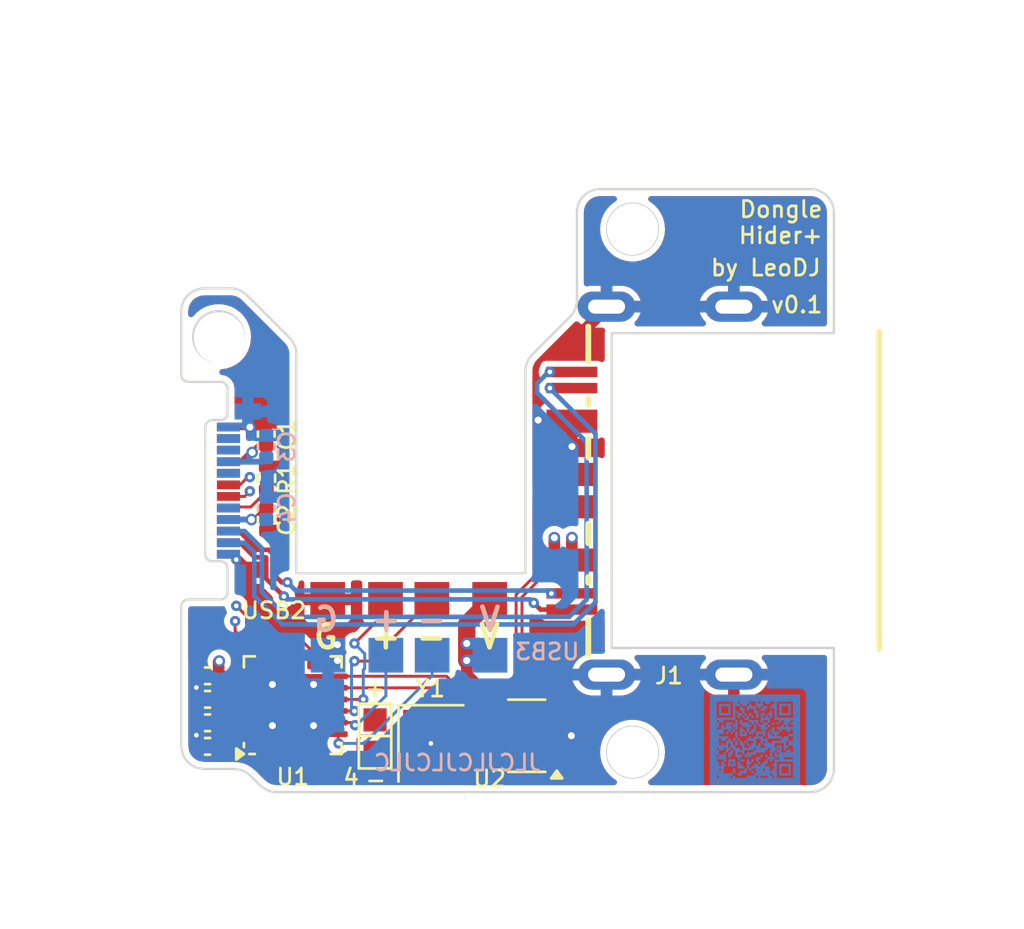
<source format=kicad_pcb>
(kicad_pcb (version 20240108) (generator "pcbnew") (generator_version "8.0")
  (layers (0 "F.Cu" signal) (1 "In1.Cu" signal) (2 "In2.Cu" signal) (31 "B.Cu" signal) (34 "B.Paste" user) (35 "F.Paste" user) (36 "B.SilkS" user "B.Silkscreen") (37 "F.SilkS" user "F.Silkscreen") (38 "B.Mask" user) (39 "F.Mask" user) (44 "Edge.Cuts" user))
  (net 0 "")
  (net 1 "GND")
  (net 2 "VBUS")
  (net 3 "Net-(U1-VDD33)")
  (net 4 "Net-(J1-D+)")
  (net 5 "Net-(J1-D-)")
  (net 6 "TX+")
  (net 7 "RX-")
  (net 8 "RX+")
  (net 9 "TX-")
  (net 12 "Net-(P1-SBU2)")
  (net 13 "Net-(P1-D+)")
  (net 14 "Net-(P1-CC)")
  (net 15 "Net-(P1-D-)")
  (net 16 "Net-(P1-VCONN)")
  (net 18 "Net-(P1-SBU1)")
  (net 20 "Net-(U1-XI)")
  (net 27 "Net-(J5-Pin_1)")
  (net 29 "Net-(U1-XO)")
  (net 30 "Net-(J4-Pin_1)")
  (net 32 "Net-(U1-DP1+)")
  (net 33 "Net-(U1-DM1-)")
  (net 34 "Net-(U1-DP3+)")
  (net 35 "Net-(U1-DP2+)")
  (net 36 "Net-(U1-DM2-)")
  (net 37 "Net-(U1-DM3-)")
  (footprint "Package_DFN_QFN:QFN-24-1EP_4x4mm_P0.5mm_EP2.7x2.7mm" (layer "F.Cu") (at 94.467 73.271 90)
    (property "Reference" "U1")
    (property "Value" "CH334F")
  )
  (footprint "Capacitor_SMD:C_0402_1005Metric" (layer "F.Cu") (at 93.324 65.242 -90)
    (property "Reference" "C2")
    (property "Value" "10n")
  )
  (footprint "MountingHole:MountingHole_2.2mm_M2" (layer "F.Cu") (at 109.15 75.3)
    (property "Reference" "REF**" (hide yes))
    (property "Value" "MountingHole_2.2mm_M2")
  )
  (footprint "Capacitor_SMD:C_0402_1005Metric" (layer "F.Cu") (at 90.784 73.017 180)
    (property "Reference" "C7" (hide yes))
    (property "Value" "10u")
  )
  (footprint "Capacitor_SMD:C_0402_1005Metric" (layer "F.Cu") (at 90.784 75.049 180)
    (property "Reference" "C6" (hide yes))
    (property "Value" "100n")
  )
  (footprint "LeoDJ-kicad:USB_SolderPads" (layer "F.Cu") (at 99.476 68.699 180)
    (property "Reference" "USB2")
    (property "Value" "USB Dongle")
  )
  (footprint "Capacitor_SMD:C_0402_1005Metric" (layer "F.Cu") (at 93.324 61.559 90)
    (property "Reference" "C1")
    (property "Value" "10n")
  )
  (footprint "clipboard:a3a9fe14-ccf1-44c9-aa33-5d14aabbb9b3" (layer "F.Cu") (at 116.3364 76.7254)
    (property "Reference" "")
    (property "Value" "")
  )
  (footprint "Resistor_SMD:R_0402_1005Metric" (layer "F.Cu") (at 93.324 63.464 90)
    (property "Reference" "R1")
    (property "Value" "5k1")
  )
  (footprint "LCSC:USB-A-SMD_HC-USB3.0-C345-P" (layer "F.Cu") (at 110.0275 64 90)
    (property "Reference" "J1")
    (property "Value" "USB3_A")
  )
  (footprint "TestPoint:TestPoint_Pad_1.0x1.0mm" (layer "F.Cu") (at 98.023 73.906)
    (property "Reference" "J5" (hide yes))
    (property "Value" "D+4")
  )
  (footprint "MountingHole:MountingHole_2.2mm_M2" (layer "F.Cu") (at 109.15 52.7)
    (property "Reference" "REF**" (hide yes))
    (property "Value" "MountingHole_2.2mm_M2")
  )
  (footprint "Package_TO_SOT_SMD:SOT-23-6" (layer "F.Cu") (at 104.5762 74.5918 180)
    (property "Reference" "U2")
    (property "Value" "USBLC6-2SC6")
  )
  (footprint "MountingHole:MountingHole_2.2mm_M2" (layer "F.Cu") (at 91.3 57.4)
    (property "Reference" "REF**" (hide yes))
    (property "Value" "MountingHole_2.2mm_M2")
  )
  (footprint "Capacitor_SMD:C_0402_1005Metric" (layer "F.Cu") (at 90.784 72.001 180)
    (property "Reference" "C8" (hide yes))
    (property "Value" "1u")
  )
  (footprint "TestPoint:TestPoint_Pad_1.0x1.0mm" (layer "F.Cu") (at 98.023 75.303)
    (property "Reference" "J4" (hide yes))
    (property "Value" "D-4")
  )
  (footprint "Capacitor_SMD:C_0402_1005Metric" (layer "F.Cu") (at 90.784 74.033 180)
    (property "Reference" "C5" (hide yes))
    (property "Value" "1u")
  )
  (footprint "Connector_USB:USB_C_Plug_Molex_105444" (layer "F.Cu") (at 91.65 64 90)
    (property "Reference" "P1" (hide yes))
    (property "Value" "USB_C_Plug")
  )
  (footprint "Crystal:Crystal_SMD_2520-4Pin_2.5x2.0mm" (layer "F.Cu") (at 100.436 74.922 -90)
    (property "Reference" "Y1")
    (property "Value" "12MHz")
  )
  (footprint "LeoDJ-kicad:USB_SolderPads" (layer "B.Cu") (at 99.491 71.112 180)
    (property "Reference" "USB3")
    (property "Value" "USB Dongle")
  )
  (footprint "clipboard:ed8a2803-3309-4f49-b63e-d04072c03834" (layer "B.Cu") (at 112.386397 76.811803 180)
    (property "Reference" "")
    (property "Value" "")
  )
  (footprint "Capacitor_SMD:C_0402_1005Metric" (layer "B.Cu") (at 93.324 62.095 90)
    (property "Reference" "C3")
    (property "Value" "10n")
  )
  (footprint "Capacitor_SMD:C_0402_1005Metric" (layer "B.Cu") (at 93.324 64.762 90)
    (property "Reference" "C4")
    (property "Value" "10n")
  )
  (gr_curve (pts (xy 89.737799 68.787938) (xy 89.765867 68.759851) (xy 89.798898 68.736723) (xy 89.835059 68.722893)) (stroke (width 0.1)) (layer "Edge.Cuts"))
  (gr_curve (pts (xy 91.935787 76.026183) (xy 91.507191 76.026183) (xy 91.078596 76.026183) (xy 90.65 76.026183)) (stroke (width 0.1)) (layer "Edge.Cuts"))
  (gr_line (start 91.35 59.3) (end 91.350196 59.3) (stroke (width 0.1)) (layer "Edge.Cuts"))
  (gr_curve (pts (xy 91.350195 60.95) (xy 91.389486 60.945469) (xy 91.428778 60.940938) (xy 91.464939 60.927109)) (stroke (width 0.1)) (layer "Edge.Cuts"))
  (gr_curve (pts (xy 91.65 67.35) (xy 91.65 67.7) (xy 91.65 68.05) (xy 91.65 68.4)) (stroke (width 0.1)) (layer "Edge.Cuts"))
  (gr_line (start 92.64264 76.318823) (end 92.642893 76.319076) (stroke (width 0.1)) (layer "Edge.Cuts"))
  (gr_curve (pts (xy 91.627126 68.514896) (xy 91.640945 68.478747) (xy 91.645472 68.439472) (xy 91.65 68.400196)) (stroke (width 0.1)) (layer "Edge.Cuts"))
  (gr_curve (pts (xy 91.464895 68.677127) (xy 91.501044 68.663308) (xy 91.534066 68.640198) (xy 91.562132 68.612132)) (stroke (width 0.1)) (layer "Edge.Cuts"))
  (gr_line (start 90.649642 76.026183) (end 90.65 76.026183) (stroke (width 0.1)) (layer "Edge.Cuts"))
  (gr_curve (pts (xy 91.464896 67.072874) (xy 91.428748 67.059055) (xy 91.389472 67.054528) (xy 91.350196 67.05)) (stroke (width 0.1)) (layer "Edge.Cuts"))
  (gr_arc (start 116.85 50.973817) (mid 117.557106 51.266709) (end 117.85 51.973813) (stroke (width 0.1)) (layer "Edge.Cuts"))
  (gr_curve (pts (xy 90.875104 60.972874) (xy 90.911253 60.959055) (xy 90.950528 60.954528) (xy 90.989804 60.95)) (stroke (width 0.1)) (layer "Edge.Cuts"))
  (gr_curve (pts (xy 91.627183 60.76476) (xy 91.640989 60.72859) (xy 91.645495 60.689295) (xy 91.65 60.65)) (stroke (width 0.1)) (layer "Edge.Cuts"))
  (gr_curve (pts (xy 89.835106 59.277127) (xy 89.798957 59.263308) (xy 89.765934 59.240198) (xy 89.737868 59.212132)) (stroke (width 0.1)) (layer "Edge.Cuts"))
  (gr_arc (start 106.746285 51.97382) (mid 107.039178 51.266712) (end 107.746285 50.973817) (stroke (width 0.1)) (layer "Edge.Cuts"))
  (gr_line (start 117.85 51.973813) (end 117.85 57.2) (stroke (width 0.1)) (layer "Edge.Cuts"))
  (gr_curve (pts (xy 93.764214 77.026183) (xy 98.49416 77.026183) (xy 103.224106 77.026183) (xy 107.954052 77.026183)) (stroke (width 0.1)) (layer "Edge.Cuts"))
  (gr_curve (pts (xy 90.267069 75.94996) (xy 90.146499 75.903879) (xy 90.036361 75.82679) (xy 89.942767 75.733163)) (stroke (width 0.1)) (layer "Edge.Cuts"))
  (gr_curve (pts (xy 89.65 69) (xy 89.654506 68.960705) (xy 89.659012 68.921411) (xy 89.672818 68.88524)) (stroke (width 0.1)) (layer "Edge.Cuts"))
  (gr_curve (pts (xy 91.35 68.7) (xy 90.883334 68.7) (xy 90.416667 68.7) (xy 89.95 68.7)) (stroke (width 0.1)) (layer "Edge.Cuts"))
  (gr_line (start 106.746285 51.97382) (end 106.746285 55.7779) (stroke (width 0.1)) (layer "Edge.Cuts"))
  (gr_curve (pts (xy 92.318468 76.102302) (xy 92.200718 76.053529) (xy 92.068428 76.039856) (xy 91.936138 76.026183)) (stroke (width 0.1)) (layer "Edge.Cuts"))
  (gr_curve (pts (xy 89.726087 75.408785) (xy 89.68005 75.288198) (xy 89.665025 75.15719) (xy 89.65 75.026183)) (stroke (width 0.1)) (layer "Edge.Cuts"))
  (gr_curve (pts (xy 91.627183 59.48524) (xy 91.613377 59.44907) (xy 91.59027 59.416025) (xy 91.562202 59.387938)) (stroke (width 0.1)) (layer "Edge.Cuts"))
  (gr_arc (start 94.328274 57.396068) (mid 94.545045 57.72049) (end 94.621165 58.103171) (stroke (width 0.1)) (layer "Edge.Cuts"))
  (gr_line (start 90.69 61.249806) (end 90.69 61.25) (stroke (width 0.1)) (layer "Edge.Cuts"))
  (gr_curve (pts (xy 92.64264 76.318823) (xy 92.539429 76.234949) (xy 92.436218 76.151076) (xy 92.318468 76.102302)) (stroke (width 0.1)) (layer "Edge.Cuts"))
  (gr_curve (pts (xy 91.562201 60.862064) (xy 91.59027 60.833977) (xy 91.613377 60.800931) (xy 91.627183 60.76476)) (stroke (width 0.1)) (layer "Edge.Cuts"))
  (gr_curve (pts (xy 90.99 67.05) (xy 91.11 67.05) (xy 91.23 67.05) (xy 91.35 67.05)) (stroke (width 0.1)) (layer "Edge.Cuts"))
  (gr_curve (pts (xy 110.345948 50.973817) (xy 112.513966 50.973817) (xy 114.681983 50.973817) (xy 116.85 50.973817)) (stroke (width 0.1)) (layer "Edge.Cuts"))
  (gr_curve (pts (xy 89.672818 68.88524) (xy 89.686624 68.84907) (xy 89.70973 68.816025) (xy 89.737799 68.787938)) (stroke (width 0.1)) (layer "Edge.Cuts"))
  (gr_curve (pts (xy 90.875106 67.027127) (xy 90.838957 67.013308) (xy 90.805934 66.990198) (xy 90.777868 66.962132)) (stroke (width 0.1)) (layer "Edge.Cuts"))
  (gr_curve (pts (xy 93.763856 77.026183) (xy 93.631568 77.012509) (xy 93.499279 76.998836) (xy 93.381529 76.950062)) (stroke (width 0.1)) (layer "Edge.Cuts"))
  (gr_curve (pts (xy 90.777868 66.962132) (xy 90.749802 66.934066) (xy 90.726693 66.901045) (xy 90.712874 66.864896)) (stroke (width 0.1)) (layer "Edge.Cuts"))
  (gr_curve (pts (xy 91.65 59.6) (xy 91.645495 59.560705) (xy 91.640989 59.521411) (xy 91.627183 59.48524)) (stroke (width 0.1)) (layer "Edge.Cuts"))
  (gr_curve (pts (xy 90.989806 67.05) (xy 90.95053 67.045473) (xy 90.911255 67.040946) (xy 90.875106 67.027127)) (stroke (width 0.1)) (layer "Edge.Cuts"))
  (gr_line (start 89.95 68.7) (end 89.949804 68.7) (stroke (width 0.1)) (layer "Edge.Cuts"))
  (gr_line (start 89.65 69) (end 89.65 75.026183) (stroke (width 0.1)) (layer "Edge.Cuts"))
  (gr_line (start 91.350195 68.7) (end 91.35 68.7) (stroke (width 0.1)) (layer "Edge.Cuts"))
  (gr_line (start 107.954052 50.973817) (end 110.345948 50.973817) (stroke (width 0.1)) (layer "Edge.Cuts"))
  (gr_line (start 104.521165 67.574273) (end 94.621165 67.574273) (stroke (width 0.1)) (layer "Edge.Cuts"))
  (gr_curve (pts (xy 91.562202 59.387938) (xy 91.534133 59.359851) (xy 91.501103 59.336723) (xy 91.464942 59.322893)) (stroke (width 0.1)) (layer "Edge.Cuts"))
  (gr_curve (pts (xy 91.350195 68.7) (xy 91.38947 68.695473) (xy 91.428746 68.690946) (xy 91.464895 68.677127)) (stroke (width 0.1)) (layer "Edge.Cuts"))
  (gr_curve (pts (xy 90.649642 76.026183) (xy 90.518641 76.011111) (xy 90.387639 75.99604) (xy 90.267069 75.94996)) (stroke (width 0.1)) (layer "Edge.Cuts"))
  (gr_line (start 117.85 57.2) (end 108.25 57.2) (stroke (width 0.1)) (layer "Edge.Cuts"))
  (gr_curve (pts (xy 90.69 61.25) (xy 90.69 63.083333) (xy 90.69 64.916667) (xy 90.69 66.75)) (stroke (width 0.1)) (layer "Edge.Cuts"))
  (gr_curve (pts (xy 91.562132 67.137868) (xy 91.534066 67.109802) (xy 91.501045 67.086693) (xy 91.464896 67.072874)) (stroke (width 0.1)) (layer "Edge.Cuts"))
  (gr_curve (pts (xy 89.835059 68.722893) (xy 89.87122 68.709063) (xy 89.910512 68.704532) (xy 89.949804 68.7)) (stroke (width 0.1)) (layer "Edge.Cuts"))
  (gr_curve (pts (xy 89.672874 59.114896) (xy 89.659056 59.078747) (xy 89.654528 59.039472) (xy 89.65 59.000196)) (stroke (width 0.1)) (layer "Edge.Cuts"))
  (gr_curve (pts (xy 110.345949 77.026183) (xy 112.513966 77.026183) (xy 114.681983 77.026183) (xy 116.85 77.026183)) (stroke (width 0.1)) (layer "Edge.Cuts"))
  (gr_curve (pts (xy 91.65 67.349806) (xy 91.645473 67.31053) (xy 91.640946 67.271254) (xy 91.627127 67.235106)) (stroke (width 0.1)) (layer "Edge.Cuts"))
  (gr_curve (pts (xy 90.712873 61.135106) (xy 90.726692 61.098956) (xy 90.749802 61.065934) (xy 90.777868 61.037868)) (stroke (width 0.1)) (layer "Edge.Cuts"))
  (gr_circle (center 91.260967 57.343952) (end 92.360967 57.343952) (stroke (width 0.1)) (fill none) (layer "Edge.Cuts"))
  (gr_line (start 89.65 59) (end 89.65 59.000196) (stroke (width 0.1)) (layer "Edge.Cuts"))
  (gr_line (start 92.487239 55.555033) (end 94.328274 57.396068) (stroke (width 0.1)) (layer "Edge.Cuts"))
  (gr_curve (pts (xy 91.35 60.95) (xy 91.23 60.95) (xy 91.11 60.95) (xy 90.99 60.95)) (stroke (width 0.1)) (layer "Edge.Cuts"))
  (gr_curve (pts (xy 89.95 59.3) (xy 90.416667 59.3) (xy 90.883334 59.3) (xy 91.35 59.3)) (stroke (width 0.1)) (layer "Edge.Cuts"))
  (gr_line (start 91.65 59.6) (end 91.65 60.65) (stroke (width 0.1)) (layer "Edge.Cuts"))
  (gr_line (start 106.451144 56.487257) (end 104.81406 58.124342) (stroke (width 0.1)) (layer "Edge.Cuts"))
  (gr_curve (pts (xy 89.737868 59.212132) (xy 89.709802 59.184066) (xy 89.686693 59.151045) (xy 89.672874 59.114896)) (stroke (width 0.1)) (layer "Edge.Cuts"))
  (gr_curve (pts (xy 93.057107 76.73329) (xy 92.919036 76.595218) (xy 92.780965 76.457147) (xy 92.642893 76.319076)) (stroke (width 0.1)) (layer "Edge.Cuts"))
  (gr_line (start 91.935787 76.026183) (end 91.936138 76.026183) (stroke (width 0.1)) (layer "Edge.Cuts"))
  (gr_curve (pts (xy 93.381529 76.950062) (xy 93.263779 76.901288) (xy 93.160567 76.817413) (xy 93.057356 76.733538)) (stroke (width 0.1)) (layer "Edge.Cuts"))
  (gr_curve (pts (xy 91.464939 60.927109) (xy 91.501101 60.913279) (xy 91.534132 60.890151) (xy 91.562201 60.862064)) (stroke (width 0.1)) (layer "Edge.Cuts"))
  (gr_circle (center 109.15 52.7) (end 110.25 52.7) (stroke (width 0.1)) (fill none) (layer "Edge.Cuts"))
  (gr_line (start 91.65 68.4) (end 91.65 68.400196) (stroke (width 0.1)) (layer "Edge.Cuts"))
  (gr_line (start 90.99 60.95) (end 90.989804 60.95) (stroke (width 0.1)) (layer "Edge.Cuts"))
  (gr_arc (start 104.521165 58.83145) (mid 104.597286 58.448765) (end 104.81406 58.124342) (stroke (width 0.1)) (layer "Edge.Cuts"))
  (gr_circle (center 109.15 75.3) (end 110.25 75.3) (stroke (width 0.1)) (fill none) (layer "Edge.Cuts"))
  (gr_curve (pts (xy 89.65 56.26214) (xy 89.65 57.17476) (xy 89.65 58.08738) (xy 89.65 59)) (stroke (width 0.1)) (layer "Edge.Cuts"))
  (gr_line (start 104.521165 67.574273) (end 104.521165 58.83145) (stroke (width 0.1)) (layer "Edge.Cuts"))
  (gr_curve (pts (xy 107.746285 50.973817) (xy 107.815541 50.973817) (xy 107.884796 50.973817) (xy 107.954052 50.973817)) (stroke (width 0.1)) (layer "Edge.Cuts"))
  (gr_line (start 93.057107 76.73329) (end 93.057356 76.733538) (stroke (width 0.1)) (layer "Edge.Cuts"))
  (gr_line (start 91.350195 60.95) (end 91.35 60.95) (stroke (width 0.1)) (layer "Edge.Cuts"))
  (gr_curve (pts (xy 90.712874 66.864896) (xy 90.699056 66.828747) (xy 90.694528 66.789472) (xy 90.69 66.750196)) (stroke (width 0.1)) (layer "Edge.Cuts"))
  (gr_line (start 93.763856 77.026183) (end 93.764214 77.026183) (stroke (width 0.1)) (layer "Edge.Cuts"))
  (gr_curve (pts (xy 90.777868 61.037868) (xy 90.805934 61.009802) (xy 90.838956 60.986693) (xy 90.875104 60.972874)) (stroke (width 0.1)) (layer "Edge.Cuts"))
  (gr_line (start 107.954052 77.026183) (end 110.345949 77.026183) (stroke (width 0.1)) (layer "Edge.Cuts"))
  (gr_curve (pts (xy 89.949806 59.3) (xy 89.91053 59.295473) (xy 89.871255 59.290946) (xy 89.835106 59.277127)) (stroke (width 0.1)) (layer "Edge.Cuts"))
  (gr_line (start 117.85 70.8) (end 108.25 70.8) (stroke (width 0.1)) (layer "Edge.Cuts"))
  (gr_line (start 91.35 67.05) (end 91.350196 67.05) (stroke (width 0.1)) (layer "Edge.Cuts"))
  (gr_curve (pts (xy 91.627127 67.235106) (xy 91.613309 67.198956) (xy 91.590198 67.165934) (xy 91.562132 67.137868)) (stroke (width 0.1)) (layer "Edge.Cuts"))
  (gr_curve (pts (xy 91.562132 68.612132) (xy 91.590198 68.584066) (xy 91.613308 68.551045) (xy 91.627126 68.514896)) (stroke (width 0.1)) (layer "Edge.Cuts"))
  (gr_line (start 90.69 66.75) (end 90.69 66.750196) (stroke (width 0.1)) (layer "Edge.Cuts"))
  (gr_line (start 90.989806 67.05) (end 90.99 67.05) (stroke (width 0.1)) (layer "Edge.Cuts"))
  (gr_arc (start 89.65 56.26214) (mid 89.942896 55.555033) (end 90.650004 55.26214) (stroke (width 0.1)) (layer "Edge.Cuts"))
  (gr_arc (start 106.746285 55.7779) (mid 106.669556 56.162054) (end 106.451144 56.487257) (stroke (width 0.1)) (layer "Edge.Cuts"))
  (gr_line (start 117.85 70.8) (end 117.85 76.02624) (stroke (width 0.1)) (layer "Edge.Cuts"))
  (gr_line (start 91.65 67.349806) (end 91.65 67.35) (stroke (width 0.1)) (layer "Edge.Cuts"))
  (gr_curve (pts (xy 91.464942 59.322893) (xy 91.42878 59.309063) (xy 91.389488 59.304532) (xy 91.350196 59.3)) (stroke (width 0.1)) (layer "Edge.Cuts"))
  (gr_curve (pts (xy 90.69 61.249806) (xy 90.694527 61.21053) (xy 90.699055 61.171254) (xy 90.712873 61.135106)) (stroke (width 0.1)) (layer "Edge.Cuts"))
  (gr_arc (start 91.780132 55.26214) (mid 92.162815 55.33826) (end 92.487239 55.555033) (stroke (width 0.1)) (layer "Edge.Cuts"))
  (gr_arc (start 117.85 76.02624) (mid 117.557103 76.733326) (end 116.85 77.026183) (stroke (width 0.1)) (layer "Edge.Cuts"))
  (gr_line (start 108.25 70.8) (end 108.25 57.2) (stroke (width 0.1)) (layer "Edge.Cuts"))
  (gr_line (start 94.621165 67.574273) (end 94.621165 58.103171) (stroke (width 0.1)) (layer "Edge.Cuts"))
  (gr_curve (pts (xy 89.942767 75.733163) (xy 89.849173 75.639536) (xy 89.772124 75.529371) (xy 89.726087 75.408785)) (stroke (width 0.1)) (layer "Edge.Cuts"))
  (gr_line (start 89.949806 59.3) (end 89.95 59.3) (stroke (width 0.1)) (layer "Edge.Cuts"))
  (gr_line (start 91.780132 55.26214) (end 90.650004 55.26214) (stroke (width 0.1)) (layer "Edge.Cuts"))
  (gr_text "JLCJLCJLCJLC" (at 101.579 76.1666 -0) (layer "B.SilkS") (effects (font (size 0.7 0.7) (thickness 0.12) (bold yes)) (justify bottom mirror)))
  (gr_text "V  - +  G" (at 99.42 70.1468 0) (layer "B.SilkS") (effects (font (size 1 0.98) (thickness 0.2) (bold yes)) (justify bottom mirror)))
  (gr_text "Dongle\nHider+" (at 117.4286 53.3828 0) (layer "F.SilkS") (effects (font (size 0.7 0.7) (thickness 0.12) (bold yes)) (justify right bottom)))
  (gr_text "by LeoDJ" (at 117.3524 54.7798 0) (layer "F.SilkS") (effects (font (size 0.7 0.7) (thickness 0.12) (bold yes)) (justify right bottom)))
  (gr_text "v0.1" (at 117.4286 56.38 0) (layer "F.SilkS") (effects (font (size 0.7 0.7) (thickness 0.12) (bold yes)) (justify right bottom)))
  (gr_text "+" (at 97.515 72.9662 0) (layer "F.SilkS") (effects (font (size 0.7 0.7) (thickness 0.12) (bold yes)) (justify left bottom)))
  (gr_text "4" (at 96.5752 76.8016 0) (layer "F.SilkS") (effects (font (size 0.7 0.7) (thickness 0.12) (bold yes)) (justify left bottom)))
  (gr_text "-" (at 97.5404 76.9032 0) (layer "F.SilkS") (effects (font (size 0.7 0.7) (thickness 0.12) (bold yes)) (justify left bottom)))
  (gr_text "G  + -  V" (at 99.4 70.9 0) (layer "F.SilkS") (effects (font (size 1 0.98) (thickness 0.2) (bold yes)) (justify bottom)))
  (segment (start 106.5275 62.0905) (end 106.532 62.095) (width 0.5) (layer "F.Cu") (net 1))
  (segment (start 108.0275 56.1037) (end 106.8622 57.269) (width 0.5) (layer "F.Cu") (net 1))
  (segment (start 100.436 74.922) (end 101.136 74.222) (width 0.254) (layer "F.Cu") (net 1))
  (segment (start 92.238543 66.978543) (end 92.02689 66.978543) (width 0.2) (layer "F.Cu") (net 1))
  (segment (start 99.736 75.797) (end 99.736 75.622) (width 0.254) (layer "F.Cu") (net 1))
  (segment (start 90.304 75.049) (end 90.304 74.569) (width 0.254) (layer "F.Cu") (net 1))
  (segment (start 90.304 74.5638) (end 90.304 72.5116) (width 0.254) (layer "F.Cu") (net 1))
  (segment (start 90.304 72.5116) (end 90.3014 72.509) (width 0.254) (layer "F.Cu") (net 1))
  (segment (start 99.736 75.622) (end 100.436 74.922) (width 0.254) (layer "F.Cu") (net 1))
  (segment (start 92.53 67.42) (end 92.53 67.27) (width 0.2) (layer "F.Cu") (net 1))
  (segment (start 106.5275 61) (end 106.5275 62.0905) (width 0.5) (layer "F.Cu") (net 1))
  (segment (start 106.5275 61) (end 105.119165 61) (width 0.5) (layer "F.Cu") (net 1))
  (segment (start 105.119165 61) (end 105.071165 60.952) (width 0.5) (layer "F.Cu") (net 1))
  (segment (start 92.53 67.27) (end 92.2445 66.9845) (width 0.2) (layer "F.Cu") (net 1))
  (segment (start 90.304 74.569) (end 90.3014 74.5664) (width 0.254) (layer "F.Cu") (net 1))
  (segment (start 92.6128 61.2568) (end 91.812231 61.2568) (width 0.254) (layer "F.Cu") (net 1))
  (segment (start 92.2445 66.9845) (end 91.990786 66.730786) (width 0.2) (layer "F.Cu") (net 1))
  (segment (start 108.0275 56.05) (end 108.0275 56.1037) (width 0.5) (layer "F.Cu") (net 1))
  (segment (start 92.2445 66.9845) (end 92.238543 66.978543) (width 0.2) (layer "F.Cu") (net 1))
  (segment (start 101.136 74.222) (end 101.136 74.047) (width 0.254) (layer "F.Cu") (net 1))
  (segment (start 91.812231 61.2568) (end 91.80855 61.253119) (width 0.254) (layer "F.Cu") (net 1))
  (segment (start 90.3014 74.5664) (end 90.304 74.5638) (width 0.254) (layer "F.Cu") (net 1))
  (segment (start 105.7137 74.5918) (end 106.5066 74.5918) (width 0.254) (layer "F.Cu") (net 1))
  (segment (start 93.324 61.079) (end 93.1462 61.2568) (width 0.254) (layer "F.Cu") (net 1))
  (segment (start 90.304 72.5064) (end 90.304 72.001) (width 0.254) (layer "F.Cu") (net 1))
  (segment (start 91.990786 66.730786) (end 91.719529 66.730786) (width 0.2) (layer "F.Cu") (net 1))
  (segment (start 90.3014 72.509) (end 90.304 72.5064) (width 0.254) (layer "F.Cu") (net 1))
  (segment (start 93.1462 61.2568) (end 92.6128 61.2568) (width 0.254) (layer "F.Cu") (net 1))
  (via (at 92.6128 61.2568) (size 0.5) (drill 0.3) (layers "F.Cu" "B.Cu") (net 1))
  (via (at 93.589 74.154) (size 0.5) (drill 0.3) (layers "F.Cu" "B.Cu") (net 1))
  (via (at 96.3974 71.3406) (size 0.5) (drill 0.3) (layers "F.Cu" "B.Cu") (net 1))
  (via (at 96.3974 70.6548) (size 0.5) (drill 0.3) (layers "F.Cu" "B.Cu") (net 1))
  (via (at 100.436 74.922) (size 0.45) (drill 0.2) (layers "F.Cu" "B.Cu") (net 1))
  (via (at 92.02689 66.978543) (size 0.45) (drill 0.2) (layers "F.Cu" "B.Cu") (net 1))
  (via (at 106.532 62.095) (size 0.5) (drill 0.3) (layers "F.Cu" "B.Cu") (net 1))
  (via (at 90.3014 74.5664) (size 0.45) (drill 0.2) (layers "F.Cu" "B.Cu") (net 1))
  (via (at 90.3014 72.509) (size 0.45) (drill 0.2) (layers "F.Cu" "B.Cu") (net 1))
  (via (at 95.367 74.154) (size 0.5) (drill 0.3) (layers "F.Cu" "B.Cu") (net 1))
  (via (at 105.071165 60.952) (size 0.5) (drill 0.3) (layers "F.Cu" "B.Cu") (net 1))
  (via (at 95.367 72.376) (size 0.5) (drill 0.3) (layers "F.Cu" "B.Cu") (net 1))
  (via (at 93.589 72.376) (size 0.5) (drill 0.3) (layers "F.Cu" "B.Cu") (net 1))
  (via (at 106.5066 74.5918) (size 0.5) (drill 0.3) (layers "F.Cu" "B.Cu") (net 1))
  (segment (start 92.7144 62.349) (end 93.0244 62.039) (width 0.254) (layer "F.Cu") (net 2))
  (segment (start 92.836019 65.249981) (end 92.683619 65.249981) (width 0.254) (layer "F.Cu") (net 2))
  (segment (start 101.9854 71.3406) (end 101.9854 70.604) (width 0.75) (layer "F.Cu") (net 2))
  (segment (start 106.5275 67) (end 105.849 67) (width 0.5) (layer "F.Cu") (net 2))
  (segment (start 105.77 66.413) (end 105.77 66.032) (width 0.5) (layer "F.Cu") (net 2))
  (segment (start 106.5275 66.0365) (end 106.532 66.032) (width 0.5) (layer "F.Cu") (net 2))
  (segment (start 103.4387 74.5918) (end 103.846766 74.5918) (width 0.5) (layer "F.Cu") (net 2))
  (segment (start 91.69 65.25) (end 92.6836 65.25) (width 0.254) (layer "F.Cu") (net 2))
  (segment (start 91.284 72.021) (end 91.264 72.001) (width 0.254) (layer "F.Cu") (net 2))
  (segment (start 92.242372 62.75) (end 91.69 62.75) (width 0.254) (layer "F.Cu") (net 2))
  (segment (start 92.643372 62.349) (end 92.242372 62.75) (width 0.254) (layer "F.Cu") (net 2))
  (segment (start 105.849 67) (end 105.77 66.921) (width 0.5) (layer "F.Cu") (net 2))
  (segment (start 92.5045 72.021) (end 91.284 72.021) (width 0.254) (layer "F.Cu") (net 2))
  (segment (start 92.7144 62.349) (end 92.643372 62.349) (width 0.254) (layer "F.Cu") (net 2))
  (segment (start 93.324 64.762) (end 92.836019 65.249981) (width 0.254) (layer "F.Cu") (net 2))
  (segment (start 104.5508 73.395834) (end 103.892566 72.7376) (width 0.5) (layer "F.Cu") (net 2))
  (segment (start 106.5275 67) (end 106.5275 66.0365) (width 0.5) (layer "F.Cu") (net 2))
  (segment (start 102.976 68.699) (end 102.976 68.7752) (width 0.75) (layer "F.Cu") (net 2))
  (segment (start 93.0244 62.039) (end 93.324 62.039) (width 0.254) (layer "F.Cu") (net 2))
  (segment (start 91.264 72.001) (end 91.264 71.394) (width 0.5) (layer "F.Cu") (net 2))
  (segment (start 103.846766 74.5918) (end 104.5508 73.887766) (width 0.5) (layer "F.Cu") (net 2))
  (segment (start 101.9854 71.9502) (end 101.9854 71.3406) (width 0.5) (layer "F.Cu") (net 2))
  (segment (start 105.77 66.921) (end 105.77 66.413) (width 0.5) (layer "F.Cu") (net 2))
  (segment (start 103.892566 72.7376) (end 102.7728 72.7376) (width 0.5) (layer "F.Cu") (net 2))
  (segment (start 104.5508 73.887766) (end 104.5508 73.395834) (width 0.5) (layer "F.Cu") (net 2))
  (segment (start 91.264 71.394) (end 91.292 71.366) (width 0.5) (layer "F.Cu") (net 2))
  (segment (start 102.7728 72.7376) (end 101.9854 71.9502) (width 0.5) (layer "F.Cu") (net 2))
  (segment (start 101.9854 69.7658) (end 101.9854 70.604) (width 0.75) (layer "F.Cu") (net 2))
  (segment (start 102.976 68.7752) (end 101.9854 69.7658) (width 0.75) (layer "F.Cu") (net 2))
  (segment (start 92.6836 65.25) (end 92.683619 65.249981) (width 0.254) (layer "F.Cu") (net 2))
  (via (at 106.532 66.032) (size 0.5) (drill 0.3) (layers "F.Cu" "B.Cu") (net 2))
  (via (at 91.292 71.366) (size 0.5) (drill 0.3) (layers "F.Cu" "B.Cu") (net 2))
  (via (at 101.9854 71.3406) (size 0.5) (drill 0.3) (layers "F.Cu" "B.Cu") (net 2))
  (via (at 92.683619 65.249981) (size 0.5) (drill 0.3) (layers "F.Cu" "B.Cu") (net 2))
  (via (at 92.7144 62.349) (size 0.5) (drill 0.3) (layers "F.Cu" "B.Cu") (net 2))
  (via (at 105.77 66.032) (size 0.5) (drill 0.3) (layers "F.Cu" "B.Cu") (net 2))
  (via (at 101.9854 70.604) (size 0.5) (drill 0.3) (layers "F.Cu" "B.Cu") (net 2))
  (segment (start 93.316 65.25) (end 93.324 65.242) (width 0.254) (layer "B.Cu") (net 2))
  (segment (start 102.483 70.604) (end 102.991 71.112) (width 0.5) (layer "B.Cu") (net 2))
  (segment (start 92.5874 62.75) (end 93.149 62.75) (width 0.254) (layer "B.Cu") (net 2))
  (segment (start 101.9854 71.3406) (end 102.7624 71.3406) (width 0.508) (layer "B.Cu") (net 2))
  (segment (start 102.7624 71.3406) (end 102.991 71.112) (width 0.508) (layer "B.Cu") (net 2))
  (segment (start 91.69 62.75) (end 92.5874 62.75) (width 0.254) (layer "B.Cu") (net 2))
  (segment (start 91.69 65.25) (end 93.316 65.25) (width 0.254) (layer "B.Cu") (net 2))
  (segment (start 93.149 62.75) (end 93.324 62.575) (width 0.254) (layer "B.Cu") (net 2))
  (segment (start 92.5874 62.476) (end 92.5874 62.75) (width 0.254) (layer "B.Cu") (net 2))
  (segment (start 92.7144 62.349) (end 92.5874 62.476) (width 0.254) (layer "B.Cu") (net 2))
  (segment (start 101.9854 70.604) (end 102.483 70.604) (width 0.5) (layer "B.Cu") (net 2))
  (segment (start 91.264 73.017) (end 91.546 73.017) (width 0.254) (layer "F.Cu") (net 3))
  (segment (start 91.264 75.049) (end 91.264 73.017) (width 0.254) (layer "F.Cu") (net 3))
  (segment (start 91.546 73.017) (end 92.042 72.521) (width 0.254) (layer "F.Cu") (net 3))
  (segment (start 92.042 72.521) (end 92.5045 72.521) (width 0.254) (layer "F.Cu") (net 3))
  (segment (start 104.119 68.490505) (end 104.884665 67.72484) (width 0.127) (layer "F.Cu") (net 4))
  (segment (start 105.5312 73.6418) (end 104.119 72.2296) (width 0.127) (layer "F.Cu") (net 4))
  (segment (start 104.884665 67.72484) (end 104.884665 64.342835) (width 0.127) (layer "F.Cu") (net 4))
  (segment (start 104.884665 64.342835) (end 105.9275 63.3) (width 0.127) (layer "F.Cu") (net 4))
  (segment (start 104.119 72.2296) (end 104.119 68.490505) (width 0.127) (layer "F.Cu") (net 4))
  (segment (start 105.9275 63.3) (end 106.5275 63.3) (width 0.127) (layer "F.Cu") (net 4))
  (segment (start 105.7137 73.6418) (end 105.5312 73.6418) (width 0.127) (layer "F.Cu") (net 4))
  (segment (start 106.3796 72.9408) (end 105.2366 72.9408) (width 0.127) (layer "F.Cu") (net 5))
  (segment (start 105.138665 65.520335) (end 105.959 64.7) (width 0.127) (layer "F.Cu") (net 5))
  (segment (start 104.373 68.595715) (end 105.138665 67.83005) (width 0.127) (layer "F.Cu") (net 5))
  (segment (start 107.0908 74.9982) (end 107.0908 73.652) (width 0.127) (layer "F.Cu") (net 5))
  (segment (start 105.959 64.7) (end 106.5275 64.7) (width 0.127) (layer "F.Cu") (net 5))
  (segment (start 105.7137 75.5418) (end 106.5472 75.5418) (width 0.127) (layer "F.Cu") (net 5))
  (segment (start 104.373 72.0772) (end 104.373 68.595715) (width 0.127) (layer "F.Cu") (net 5))
  (segment (start 105.2366 72.9408) (end 104.373 72.0772) (width 0.127) (layer "F.Cu") (net 5))
  (segment (start 106.5472 75.5418) (end 107.0908 74.9982) (width 0.127) (layer "F.Cu") (net 5))
  (segment (start 105.138665 67.83005) (end 105.138665 65.520335) (width 0.127) (layer "F.Cu") (net 5))
  (segment (start 107.0908 73.652) (end 106.3796 72.9408) (width 0.127) (layer "F.Cu") (net 5))
  (segment (start 93.2939 66.8811) (end 93.324 66.9112) (width 0.2) (layer "F.Cu") (net 6))
  (segment (start 92.821652 66.8811) (end 93.2939 66.8811) (width 0.2) (layer "F.Cu") (net 6))
  (segment (start 91.69 66.25) (end 92.190552 66.25) (width 0.2) (layer "F.Cu") (net 6))
  (segment (start 93.324 67.81) (end 94.086 68.572) (width 0.2) (layer "F.Cu") (net 6))
  (segment (start 93.324 66.9112) (end 93.324 67.81) (width 0.2) (layer "F.Cu") (net 6))
  (segment (start 105.171 69.14) (end 104.881 68.85) (width 0.2) (layer "F.Cu") (net 6))
  (segment (start 106.5275 69.14) (end 105.171 69.14) (width 0.2) (layer "F.Cu") (net 6))
  (segment (start 92.190552 66.25) (end 92.821652 66.8811) (width 0.2) (layer "F.Cu") (net 6))
  (via (at 104.881 68.85) (size 0.45) (drill 0.2) (layers "F.Cu" "B.Cu") (net 6))
  (via (at 94.086 68.572) (size 0.45) (drill 0.2) (layers "F.Cu" "B.Cu") (net 6))
  (segment (start 94.086 68.572) (end 94.213 68.699) (width 0.2) (layer "B.Cu") (net 6))
  (segment (start 94.213 68.699) (end 104.73 68.699) (width 0.2) (layer "B.Cu") (net 6))
  (segment (start 104.73 68.699) (end 104.881 68.85) (width 0.2) (layer "B.Cu") (net 6))
  (segment (start 105.701606 58.994999) (end 105.576607 58.87) (width 0.2) (layer "F.Cu") (net 7))
  (segment (start 106.5275 58.87) (end 106.402501 58.994999) (width 0.2) (layer "F.Cu") (net 7))
  (segment (start 106.402501 58.994999) (end 105.701606 58.994999) (width 0.2) (layer "F.Cu") (net 7))
  (via (at 105.576607 58.87) (size 0.45) (drill 0.2) (layers "F.Cu" "B.Cu") (net 7))
  (segment (start 94.207 69.455) (end 106.411 69.455) (width 0.2) (layer "B.Cu") (net 7))
  (segment (start 92.39 65.75) (end 93.132347 66.492347) (width 0.2) (layer "B.Cu") (net 7))
  (segment (start 107.167 61.909928) (end 105.028082 59.77101) (width 0.2) (layer "B.Cu") (net 7))
  (segment (start 107.167 68.699) (end 107.167 61.909928) (width 0.2) (layer "B.Cu") (net 7))
  (segment (start 93.132347 66.492347) (end 93.132347 68.380347) (width 0.2) (layer "B.Cu") (net 7))
  (segment (start 105.028082 59.368991) (end 105.527073 58.87) (width 0.2) (layer "B.Cu") (net 7))
  (segment (start 106.411 69.455) (end 107.167 68.699) (width 0.2) (layer "B.Cu") (net 7))
  (segment (start 105.527073 58.87) (end 105.576607 58.87) (width 0.2) (layer "B.Cu") (net 7))
  (segment (start 93.132347 68.380347) (end 94.207 69.455) (width 0.2) (layer "B.Cu") (net 7))
  (segment (start 105.028082 59.77101) (end 105.028082 59.368991) (width 0.2) (layer "B.Cu") (net 7))
  (segment (start 91.69 65.75) (end 92.39 65.75) (width 0.2) (layer "B.Cu") (net 7))
  (segment (start 106.402501 59.445001) (end 105.701606 59.445001) (width 0.2) (layer "F.Cu") (net 8))
  (segment (start 106.5275 59.57) (end 106.402501 59.445001) (width 0.2) (layer "F.Cu") (net 8))
  (segment (start 105.701606 59.445001) (end 105.576607 59.57) (width 0.2) (layer "F.Cu") (net 8))
  (via (at 105.576607 59.57) (size 0.45) (drill 0.2) (layers "F.Cu" "B.Cu") (net 8))
  (segment (start 92.39 66.25) (end 91.69 66.25) (width 0.2) (layer "B.Cu") (net 8))
  (segment (start 94.026 69.782) (end 92.805347 68.561347) (width 0.2) (layer "B.Cu") (net 8))
  (segment (start 92.805347 68.561347) (end 92.805347 66.665347) (width 0.2) (layer "B.Cu") (net 8))
  (segment (start 107.548 61.541393) (end 107.548 68.826) (width 0.2) (layer "B.Cu") (net 8))
  (segment (start 92.805347 66.665347) (end 92.39 66.25) (width 0.2) (layer "B.Cu") (net 8))
  (segment (start 105.576607 59.57) (end 107.548 61.541393) (width 0.2) (layer "B.Cu") (net 8))
  (segment (start 107.548 68.826) (end 106.592 69.782) (width 0.2) (layer "B.Cu") (net 8))
  (segment (start 106.592 69.782) (end 94.026 69.782) (width 0.2) (layer "B.Cu") (net 8))
  (segment (start 93.9844 67.9624) (end 93.705 67.683) (width 0.2) (layer "F.Cu") (net 9))
  (segment (start 105.643 68.445) (end 106.5225 68.445) (width 0.2) (layer "F.Cu") (net 9))
  (segment (start 93.705 66.829752) (end 93.429348 66.5541) (width 0.2) (layer "F.Cu") (net 9))
  (segment (start 92.9571 66.5541) (end 92.153 65.75) (width 0.2) (layer "F.Cu") (net 9))
  (segment (start 93.705 67.683) (end 93.705 66.829752) (width 0.2) (layer "F.Cu") (net 9))
  (segment (start 93.429348 66.5541) (end 92.9571 66.5541) (width 0.2) (layer "F.Cu") (net 9))
  (segment (start 106.5225 68.445) (end 106.5275 68.44) (width 0.2) (layer "F.Cu") (net 9))
  (segment (start 94.2384 67.9624) (end 93.9844 67.9624) (width 0.2) (layer "F.Cu") (net 9))
  (segment (start 92.153 65.75) (end 91.69 65.75) (width 0.2) (layer "F.Cu") (net 9))
  (via (at 105.643 68.445) (size 0.45) (drill 0.2) (layers "F.Cu" "B.Cu") (net 9))
  (via (at 94.2384 67.9624) (size 0.45) (drill 0.2) (layers "F.Cu" "B.Cu") (net 9))
  (segment (start 94.594 68.318) (end 105.516 68.318) (width 0.2) (layer "B.Cu") (net 9))
  (segment (start 94.2384 67.9624) (end 94.594 68.318) (width 0.2) (layer "B.Cu") (net 9))
  (segment (start 105.516 68.318) (end 105.643 68.445) (width 0.2) (layer "B.Cu") (net 9))
  (segment (start 91.69 64.25) (end 92.3882 64.25) (width 0.127) (layer "F.Cu") (net 13))
  (segment (start 92.3882 64.25) (end 92.6128 64.0254) (width 0.127) (layer "F.Cu") (net 13))
  (segment (start 94.717 70.854) (end 94.6066 70.7436) (width 0.127) (layer "F.Cu") (net 13))
  (segment (start 94.6066 70.7436) (end 92.6508 70.7436) (width 0.127) (layer "F.Cu") (net 13))
  (segment (start 91.9778 70.0706) (end 91.9778 69.6388) (width 0.127) (layer "F.Cu") (net 13))
  (segment (start 92.6508 70.7436) (end 91.9778 70.0706) (width 0.127) (layer "F.Cu") (net 13))
  (segment (start 94.717 71.3085) (end 94.717 70.854) (width 0.127) (layer "F.Cu") (net 13))
  (via (at 91.9778 69.6388) (size 0.45) (drill 0.2) (layers "F.Cu" "B.Cu") (net 13))
  (via (at 92.6128 64.0254) (size 0.45) (drill 0.2) (layers "F.Cu" "B.Cu") (net 13))
  (segment (start 93.324 63.974) (end 93.324 64.034604) (width 0.127) (layer "F.Cu") (net 14))
  (segment (start 93.324 64.034604) (end 92.652123 64.706481) (width 0.127) (layer "F.Cu") (net 14))
  (segment (start 92.652123 64.706481) (end 91.733519 64.706481) (width 0.127) (layer "F.Cu") (net 14))
  (segment (start 91.733519 64.706481) (end 91.69 64.75) (width 0.127) (layer "F.Cu") (net 14))
  (segment (start 92.4713 70.1577) (end 92.8032 70.4896) (width 0.127) (layer "F.Cu") (net 15))
  (segment (start 92.8032 70.4896) (end 94.8606 70.4896) (width 0.127) (layer "F.Cu") (net 15))
  (segment (start 91.69 63.75) (end 92.190285 63.75) (width 0.127) (layer "F.Cu") (net 15))
  (segment (start 94.8606 70.4896) (end 95.217 70.846) (width 0.127) (layer "F.Cu") (net 15))
  (segment (start 92.028601 68.978399) (end 92.4713 69.421098) (width 0.127) (layer "F.Cu") (net 15))
  (segment (start 92.4713 69.421098) (end 92.4713 70.1577) (width 0.127) (layer "F.Cu") (net 15))
  (segment (start 95.217 70.846) (end 95.217 71.3085) (width 0.127) (layer "F.Cu") (net 15))
  (segment (start 92.190285 63.75) (end 92.524485 63.4158) (width 0.127) (layer "F.Cu") (net 15))
  (segment (start 92.524485 63.4158) (end 92.6128 63.4158) (width 0.127) (layer "F.Cu") (net 15))
  (via (at 92.6128 63.4158) (size 0.45) (drill 0.2) (layers "F.Cu" "B.Cu") (net 15))
  (via (at 92.028601 68.978399) (size 0.45) (drill 0.2) (layers "F.Cu" "B.Cu") (net 15))
  (segment (start 98.531 76.319) (end 98.912 75.938) (width 0.127) (layer "F.Cu") (net 20))
  (segment (start 98.912 75.938) (end 98.912 74.871) (width 0.127) (layer "F.Cu") (net 20))
  (segment (start 94.717 75.645999) (end 95.390001 76.319) (width 0.127) (layer "F.Cu") (net 20))
  (segment (start 95.390001 76.319) (end 98.531 76.319) (width 0.127) (layer "F.Cu") (net 20))
  (segment (start 94.717 75.2335) (end 94.717 75.645999) (width 0.127) (layer "F.Cu") (net 20))
  (segment (start 98.912 74.871) (end 99.736 74.047) (width 0.127) (layer "F.Cu") (net 20))
  (segment (start 98.023 74.4648) (end 97.896 74.5918) (width 0.127) (layer "F.Cu") (net 27))
  (segment (start 95.9625 75.479) (end 95.717 75.2335) (width 0.127) (layer "F.Cu") (net 27))
  (segment (start 97.4294 74.5918) (end 97.2864 74.7348) (width 0.127) (layer "F.Cu") (net 27))
  (segment (start 97.0596 75.479) (end 95.9625 75.479) (width 0.127) (layer "F.Cu") (net 27))
  (segment (start 97.2864 75.2522) (end 97.0596 75.479) (width 0.127) (layer "F.Cu") (net 27))
  (segment (start 98.023 73.906) (end 98.023 74.4648) (width 0.127) (layer "F.Cu") (net 27))
  (segment (start 97.896 74.5918) (end 97.4294 74.5918) (width 0.127) (layer "F.Cu") (net 27))
  (segment (start 97.2864 74.7348) (end 97.2864 75.2522) (width 0.127) (layer "F.Cu") (net 27))
  (segment (start 94.217 75.645999) (end 95.144001 76.573) (width 0.127) (layer "F.Cu") (net 29))
  (segment (start 94.217 75.2335) (end 94.217 75.645999) (width 0.127) (layer "F.Cu") (net 29))
  (segment (start 100.309 76.573) (end 101.085 75.797) (width 0.127) (layer "F.Cu") (net 29))
  (segment (start 95.144001 76.573) (end 100.309 76.573) (width 0.127) (layer "F.Cu") (net 29))
  (segment (start 101.085 75.797) (end 101.136 75.797) (width 0.127) (layer "F.Cu") (net 29))
  (segment (start 95.217 75.645999) (end 95.509001 75.938) (width 0.127) (layer "F.Cu") (net 30))
  (segment (start 97.388 75.938) (end 98.023 75.303) (width 0.127) (layer "F.Cu") (net 30))
  (segment (start 95.217 75.2335) (end 95.217 75.645999) (width 0.127) (layer "F.Cu") (net 30))
  (segment (start 95.509001 75.938) (end 97.388 75.938) (width 0.127) (layer "F.Cu") (net 30))
  (segment (start 102.7372 73.6418) (end 103.4387 73.6418) (width 0.127) (layer "F.Cu") (net 32))
  (segment (start 96.4295 72.021) (end 101.1164 72.021) (width 0.127) (layer "F.Cu") (net 32))
  (segment (start 101.1164 72.021) (end 102.7372 73.6418) (width 0.127) (layer "F.Cu") (net 32))
  (segment (start 102.4426 75.3284) (end 102.656 75.5418) (width 0.127) (layer "F.Cu") (net 33))
  (segment (start 101.0576 72.521) (end 102.4426 73.906) (width 0.127) (layer "F.Cu") (net 33))
  (segment (start 102.656 75.5418) (end 103.4387 75.5418) (width 0.127) (layer "F.Cu") (net 33))
  (segment (start 102.4426 73.906) (end 102.4426 75.3284) (width 0.127) (layer "F.Cu") (net 33))
  (segment (start 96.4295 72.521) (end 101.0576 72.521) (width 0.127) (layer "F.Cu") (net 33))
  (segment (start 97.1594 74.1346) (end 97.0458 74.021) (width 0.127) (layer "F.Cu") (net 34))
  (segment (start 97.0458 74.021) (end 96.4295 74.021) (width 0.127) (layer "F.Cu") (net 34))
  (via (at 97.1594 74.1346) (size 0.45) (drill 0.2) (layers "F.Cu" "B.Cu") (net 34))
  (segment (start 97.222315 74.1346) (end 98.491 72.865915) (width 0.127) (layer "B.Cu") (net 34))
  (segment (start 97.1594 74.1346) (end 97.222315 74.1346) (width 0.127) (layer "B.Cu") (net 34))
  (segment (start 98.491 72.865915) (end 98.491 71.112) (width 0.127) (layer "B.Cu") (net 34))
  (segment (start 98.476 68.699) (end 98.476 69.262) (width 0.127) (layer "F.Cu") (net 35))
  (segment (start 96.4295 73.021) (end 97.511 73.021) (width 0.127) (layer "F.Cu") (net 35))
  (segment (start 97.511 73.021) (end 97.515 73.017) (width 0.127) (layer "F.Cu") (net 35))
  (segment (start 98.476 69.262) (end 97.134 70.604) (width 0.127) (layer "F.Cu") (net 35))
  (via (at 97.134 70.604) (size 0.45) (drill 0.2) (layers "F.Cu" "B.Cu") (net 35))
  (via (at 97.515 73.017) (size 0.45) (drill 0.2) (layers "F.Cu" "B.Cu") (net 35))
  (segment (start 97.515 71.747) (end 97.576119 71.685881) (width 0.127) (layer "B.Cu") (net 35))
  (segment (start 97.515 73.017) (end 97.515 71.747) (width 0.127) (layer "B.Cu") (net 35))
  (segment (start 97.576119 71.046119) (end 97.134 70.604) (width 0.127) (layer "B.Cu") (net 35))
  (segment (start 97.576119 71.685881) (end 97.576119 71.046119) (width 0.127) (layer "B.Cu") (net 35))
  (segment (start 100.476 68.699) (end 97.809 71.366) (width 0.127) (layer "F.Cu") (net 36))
  (segment (start 96.4295 73.521) (end 97.13 73.521) (width 0.127) (layer "F.Cu") (net 36))
  (segment (start 97.13 73.521) (end 97.134 73.525) (width 0.127) (layer "F.Cu") (net 36))
  (segment (start 97.809 71.366) (end 97.134 71.366) (width 0.127) (layer "F.Cu") (net 36))
  (via (at 97.134 71.366) (size 0.45) (drill 0.2) (layers "F.Cu" "B.Cu") (net 36))
  (via (at 97.134 73.525) (size 0.45) (drill 0.2) (layers "F.Cu" "B.Cu") (net 36))
  (segment (start 97.007 71.493) (end 97.134 71.366) (width 0.127) (layer "B.Cu") (net 36))
  (segment (start 97.134 73.525) (end 97.007 73.398) (width 0.127) (layer "B.Cu") (net 36))
  (segment (start 97.007 73.398) (end 97.007 71.493) (width 0.127) (layer "B.Cu") (net 36))
  (segment (start 96.4295 74.9033) (end 96.4482 74.922) (width 0.127) (layer "F.Cu") (net 37))
  (segment (start 96.4295 74.521) (end 96.4295 74.9033) (width 0.127) (layer "F.Cu") (net 37))
  (via (at 96.4482 74.922) (size 0.45) (drill 0.2) (layers "F.Cu" "B.Cu") (net 37))
  (segment (start 96.4482 74.922) (end 97.558 74.922) (width 0.127) (layer "B.Cu") (net 37))
  (segment (start 97.558 74.922) (end 100.491 71.989) (width 0.127) (layer "B.Cu") (net 37))
  (segment (start 100.491 71.989) (end 100.491 71.112) (width 0.127) (layer "B.Cu") (net 37))
  (zone (net 1) (net_name "GND") (layers "F.Cu" "In1.Cu" "In2.Cu" "B.Cu") (name "GND") (priority 10) (connect_pads (clearance 0.254)) (min_thickness 0.25) (fill yes (thermal_gap 0.254) (thermal_bridge_width 0.5))
    (polygon (pts (xy 84.171 42.8) (xy 126.081 42.8) (xy 126.081 82.932) (xy 84.171 82.932)))
  )
)
</source>
